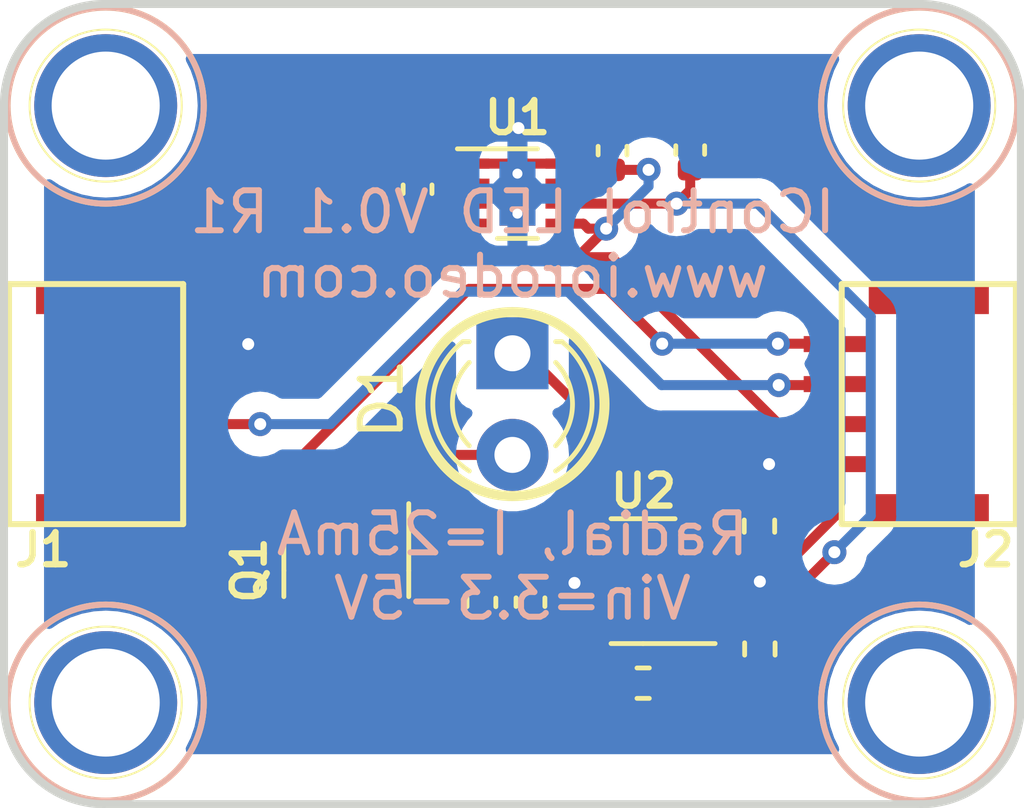
<source format=kicad_pcb>
(kicad_pcb (version 20221018) (generator pcbnew)
  (layers (0 "F.Cu" signal) (31 "B.Cu" signal) (34 "B.Paste" user) (35 "F.Paste" user) (36 "B.SilkS" user "B.Silkscreen") (37 "F.SilkS" user "F.Silkscreen") (38 "B.Mask" user) (39 "F.Mask" user) (44 "Edge.Cuts" user))
  (net 0 "")
  (net 1 "GND")
  (net 2 "/VIN")
  (net 3 "Net-(U1-C1+)")
  (net 4 "/SCL")
  (net 5 "/SDA")
  (net 6 "Net-(U1-C1-)")
  (net 7 "/5V")
  (net 8 "Net-(D1-K)")
  (net 9 "Net-(D1-A)")
  (net 10 "Net-(Q1-B)")
  (net 11 "/Vset")
  (footprint "custom_mount_hole:MountingHole_2.5mm_Pad" (layer "F.Cu") (at 52.54 52.54)
    (fp_text reference "M1" hide)
    (fp_text value "MountingHole_2.5mm_Pad" hide)
    (fp_circle (center 0 0) (end 2.45 0) (stroke (width 0.15)) (fill none) (layer "B.SilkS"))
    (fp_circle (center 0 0) (end 1.9 0) (stroke (width 0.05)) (fill none) (layer "F.SilkS"))
    (fp_circle (center 0 0) (end 2.45 0) (stroke (width 0.15)) (fill none) (layer "F.SilkS"))
    (pad "~" thru_hole circle (at 0 0) (size 3.57 3.57) (drill 2.7) (layers "*.Cu" "*.Mask"))
  )
  (footprint "custom_mount_hole:MountingHole_2.5mm_Pad" (layer "F.Cu") (at 72.86 52.54)
    (fp_text reference "M2" hide)
    (fp_text value "MountingHole_2.5mm_Pad" hide)
    (fp_circle (center 0 0) (end 2.45 0) (stroke (width 0.15)) (fill none) (layer "B.SilkS"))
    (fp_circle (center 0 0) (end 1.9 0) (stroke (width 0.05)) (fill none) (layer "F.SilkS"))
    (fp_circle (center 0 0) (end 2.45 0) (stroke (width 0.15)) (fill none) (layer "F.SilkS"))
    (pad "~" thru_hole circle (at 0 0) (size 3.57 3.57) (drill 2.7) (layers "*.Cu" "*.Mask"))
  )
  (footprint "custom_mount_hole:MountingHole_2.5mm_Pad" (layer "F.Cu") (at 72.86 67.46)
    (fp_text reference "M3" hide)
    (fp_text value "MountingHole_2.5mm_Pad" hide)
    (fp_circle (center 0 0) (end 2.45 0) (stroke (width 0.15)) (fill none) (layer "B.SilkS"))
    (fp_circle (center 0 0) (end 1.9 0) (stroke (width 0.05)) (fill none) (layer "F.SilkS"))
    (fp_circle (center 0 0) (end 2.45 0) (stroke (width 0.15)) (fill none) (layer "F.SilkS"))
    (pad "~" thru_hole circle (at 0 0) (size 3.57 3.57) (drill 2.7) (layers "*.Cu" "*.Mask"))
  )
  (footprint "custom_mount_hole:MountingHole_2.5mm_Pad" (layer "F.Cu") (at 52.54 67.46)
    (fp_text reference "M4" hide)
    (fp_text value "MountingHole_2.5mm_Pad" hide)
    (fp_circle (center 0 0) (end 2.45 0) (stroke (width 0.15)) (fill none) (layer "B.SilkS"))
    (fp_circle (center 0 0) (end 1.9 0) (stroke (width 0.05)) (fill none) (layer "F.SilkS"))
    (fp_circle (center 0 0) (end 2.45 0) (stroke (width 0.15)) (fill none) (layer "F.SilkS"))
    (pad "~" thru_hole circle (at 0 0) (size 3.57 3.57) (drill 2.7) (layers "*.Cu" "*.Mask"))
  )
  (footprint "LED_THT:LED_D3.0mm" (layer "F.Cu") (at 62.7 58.73 -90)
    (fp_text reference "D1" (at 1.14 3.27 90) (layer "F.SilkS"))
    (fp_text value "LED_ALT")
    (fp_line (start -0.29 -1.236) (end -0.29 -1.08) (stroke (width 0.12)) (layer "F.SilkS"))
    (fp_line (start -0.29 1.08) (end -0.29 1.236) (stroke (width 0.12)) (layer "F.SilkS"))
    (fp_arc (start -0.29 -1.235516) (mid 1.366487 -1.987659) (end 2.942335 -1.078608) (stroke (width 0.12)) (layer "F.SilkS"))
    (fp_arc (start 0.229039 -1.08) (mid 1.270117 -1.5) (end 2.31113 -1.079837) (stroke (width 0.12)) (layer "F.SilkS"))
    (fp_arc (start 2.31113 1.079837) (mid 1.270117 1.5) (end 0.229039 1.08) (stroke (width 0.12)) (layer "F.SilkS"))
    (fp_arc (start 2.942335 1.078608) (mid 1.366487 1.987659) (end -0.29 1.235516) (stroke (width 0.12)) (layer "F.SilkS"))
    (pad "1" thru_hole rect (at 0 0 270) (size 1.8 1.8) (drill 0.9) (layers "*.Cu" "*.Mask") (net 8 "Net-(D1-K)"))
    (pad "2" thru_hole circle (at 2.54 0 270) (size 1.8 1.8) (drill 0.9) (layers "*.Cu" "*.Mask") (net 9 "Net-(D1-A)"))
  )
  (footprint "BOOMELE_SH_SMD:BOOMELE_SMD_SH_4PIN_RT" (layer "F.Cu") (at 52.78 60 90)
    (fp_text reference "J1" (at -3.64 -1.8 180) (layer "F.SilkS") (effects (font (size 0.8 0.8) (thickness 0.16))))
    (fp_text value "Conn_01x04" hide)
    (fp_line (start -3 1.695) (end -3 -2.655) (stroke (width 0.15)) (layer "F.SilkS"))
    (fp_line (start 0 -2.655) (end -3 -2.655) (stroke (width 0.15)) (layer "F.SilkS"))
    (fp_line (start 3 -2.655) (end 0 -2.655) (stroke (width 0.15)) (layer "F.SilkS"))
    (fp_line (start 3 -2.655) (end 3 1.695) (stroke (width 0.15)) (layer "F.SilkS"))
    (fp_line (start 3 1.695) (end -3 1.695) (stroke (width 0.15)) (layer "F.SilkS"))
    (pad "" smd rect (at -2.65 -0.48 270) (size 0.8 3) (layers "F.Cu" "F.Paste" "F.Mask"))
    (pad "" smd rect (at 2.65 -0.48 270) (size 0.8 3) (layers "F.Cu" "F.Paste" "F.Mask"))
    (pad "1" smd rect (at 1.5 1.845 270) (size 0.4 1.6) (layers "F.Cu" "F.Paste" "F.Mask") (net 1 "GND"))
    (pad "2" smd rect (at 0.5 1.845 270) (size 0.4 1.6) (layers "F.Cu" "F.Paste" "F.Mask") (net 2 "/VIN"))
    (pad "3" smd rect (at -0.5 1.845 270) (size 0.4 1.6) (layers "F.Cu" "F.Paste" "F.Mask") (net 5 "/SDA"))
    (pad "4" smd rect (at -1.5 1.845 270) (size 0.4 1.6) (layers "F.Cu" "F.Paste" "F.Mask") (net 4 "/SCL"))
  )
  (footprint "BOOMELE_SH_SMD:BOOMELE_SMD_SH_4PIN_RT" (layer "F.Cu") (at 72.62 60 -90)
    (fp_text reference "J2" (at 3.64 -1.9 180) (layer "F.SilkS") (effects (font (size 0.8 0.8) (thickness 0.16))))
    (fp_text value "Conn_01x04" hide)
    (fp_line (start -3 1.695) (end -3 -2.655) (stroke (width 0.15)) (layer "F.SilkS"))
    (fp_line (start 0 -2.655) (end -3 -2.655) (stroke (width 0.15)) (layer "F.SilkS"))
    (fp_line (start 3 -2.655) (end 0 -2.655) (stroke (width 0.15)) (layer "F.SilkS"))
    (fp_line (start 3 -2.655) (end 3 1.695) (stroke (width 0.15)) (layer "F.SilkS"))
    (fp_line (start 3 1.695) (end -3 1.695) (stroke (width 0.15)) (layer "F.SilkS"))
    (pad "" smd rect (at -2.65 -0.48 90) (size 0.8 3) (layers "F.Cu" "F.Paste" "F.Mask"))
    (pad "" smd rect (at 2.65 -0.48 90) (size 0.8 3) (layers "F.Cu" "F.Paste" "F.Mask"))
    (pad "1" smd rect (at 1.5 1.845 90) (size 0.4 1.6) (layers "F.Cu" "F.Paste" "F.Mask") (net 1 "GND"))
    (pad "2" smd rect (at 0.5 1.845 90) (size 0.4 1.6) (layers "F.Cu" "F.Paste" "F.Mask") (net 2 "/VIN"))
    (pad "3" smd rect (at -0.5 1.845 90) (size 0.4 1.6) (layers "F.Cu" "F.Paste" "F.Mask") (net 5 "/SDA"))
    (pad "4" smd rect (at -1.5 1.845 90) (size 0.4 1.6) (layers "F.Cu" "F.Paste" "F.Mask") (net 4 "/SCL"))
  )
  (footprint "Resistor_SMD:R_0402_1005Metric" (layer "F.Cu") (at 68.87 63.05 -90)
    (fp_text reference "R1" hide)
    (fp_text value "100" hide)
    (fp_line (start -0.153641 -0.38) (end 0.153641 -0.38) (stroke (width 0.12)) (layer "F.SilkS"))
    (fp_line (start -0.153641 0.38) (end 0.153641 0.38) (stroke (width 0.12)) (layer "F.SilkS"))
    (pad "1" smd roundrect (at -0.51 0 270) (size 0.54 0.64) (layers "F.Cu" "F.Paste" "F.Mask") (net 8 "Net-(D1-K)"))
    (pad "2" smd roundrect (at 0.51 0 270) (size 0.54 0.64) (layers "F.Cu" "F.Paste" "F.Mask") (net 1 "GND"))
  )
  (footprint "Package_TO_SOT_SMD:SOT-23-5" (layer "F.Cu") (at 65.9625 64.425 180)
    (fp_text reference "U2" (at -0.0125 2.25) (layer "F.SilkS") (effects (font (size 0.8 0.8) (thickness 0.16) bold)))
    (fp_text value "LMV321")
    (fp_line (start 0 -1.56) (end -1.8 -1.56) (stroke (width 0.12)) (layer "F.SilkS"))
    (fp_line (start 0 -1.56) (end 0.8 -1.56) (stroke (width 0.12)) (layer "F.SilkS"))
    (fp_line (start 0 1.56) (end -0.8 1.56) (stroke (width 0.12)) (layer "F.SilkS"))
    (fp_line (start 0 1.56) (end 0.8 1.56) (stroke (width 0.12)) (layer "F.SilkS"))
    (pad "1" smd roundrect (at -1.1375 -0.95 180) (size 1.325 0.6) (layers "F.Cu" "F.Paste" "F.Mask") (net 11 "/Vset"))
    (pad "2" smd roundrect (at -1.1375 0 180) (size 1.325 0.6) (layers "F.Cu" "F.Paste" "F.Mask") (net 1 "GND"))
    (pad "3" smd roundrect (at -1.1375 0.95 180) (size 1.325 0.6) (layers "F.Cu" "F.Paste" "F.Mask") (net 8 "Net-(D1-K)"))
    (pad "4" smd roundrect (at 1.1375 0.95 180) (size 1.325 0.6) (layers "F.Cu" "F.Paste" "F.Mask") (net 10 "Net-(Q1-B)"))
    (pad "5" smd roundrect (at 1.1375 -0.95 180) (size 1.325 0.6) (layers "F.Cu" "F.Paste" "F.Mask") (net 7 "/5V"))
  )
  (footprint "Capacitor_SMD:C_0402_1005Metric" (layer "F.Cu") (at 63.15 64.95 90)
    (fp_text reference "C4" hide)
    (fp_text value "0.1uF" hide)
    (fp_line (start -0.107836 -0.36) (end 0.107836 -0.36) (stroke (width 0.12)) (layer "F.SilkS"))
    (fp_line (start -0.107836 0.36) (end 0.107836 0.36) (stroke (width 0.12)) (layer "F.SilkS"))
    (pad "1" smd roundrect (at -0.48 0 90) (size 0.56 0.62) (layers "F.Cu" "F.Paste" "F.Mask") (net 7 "/5V"))
    (pad "2" smd roundrect (at 0.48 0 90) (size 0.56 0.62) (layers "F.Cu" "F.Paste" "F.Mask") (net 1 "GND"))
  )
  (footprint "Package_SON:WSON-8-1EP_2x2mm_P0.5mm_EP0.9x1.6mm_ThermalVias" (layer "F.Cu") (at 62.825 54.74)
    (fp_text reference "U1" (at 0 -1.9) (layer "F.SilkS") (effects (font (size 0.8 0.8) (thickness 0.16))))
    (fp_text value "LM2775DSG" hide)
    (fp_line (start -1.5 -1.12) (end 0.5 -1.12) (stroke (width 0.12)) (layer "F.SilkS"))
    (fp_line (start 0.5 1.12) (end -0.5 1.12) (stroke (width 0.12)) (layer "F.SilkS"))
    (pad "1" smd rect (at -0.95 -0.75) (size 0.5 0.25) (layers "F.Cu" "F.Paste" "F.Mask") (net 1 "GND"))
    (pad "2" smd rect (at -0.95 -0.25) (size 0.5 0.25) (layers "F.Cu" "F.Paste" "F.Mask") (net 6 "Net-(U1-C1-)"))
    (pad "3" smd rect (at -0.95 0.25) (size 0.5 0.25) (layers "F.Cu" "F.Paste" "F.Mask") (net 3 "Net-(U1-C1+)"))
    (pad "4" smd rect (at -0.95 0.75) (size 0.5 0.25) (layers "F.Cu" "F.Paste" "F.Mask") (net 2 "/VIN"))
    (pad "5" smd rect (at 0.95 0.75) (size 0.5 0.25) (layers "F.Cu" "F.Paste" "F.Mask") (net 2 "/VIN"))
    (pad "6" smd rect (at 0.95 0.25) (size 0.5 0.25) (layers "F.Cu" "F.Paste" "F.Mask") (net 7 "/5V"))
    (pad "7" smd rect (at 0.95 -0.25) (size 0.5 0.25) (layers "F.Cu" "F.Paste" "F.Mask") (net 2 "/VIN"))
    (pad "8" smd rect (at 0.95 -0.75) (size 0.5 0.25) (layers "F.Cu" "F.Paste" "F.Mask") (net 1 "GND"))
    (pad "9" thru_hole circle (at 0 -0.5) (size 0.6 0.6) (drill 0.25) (layers "*.Cu") (net 1 "GND"))
    (pad "9" smd rect (at 0 0) (size 0.9 1.6) (layers "F.Cu" "F.Mask") (net 1 "GND"))
    (pad "9" smd rect (at 0 0) (size 0.9 1.6) (layers "B.Cu") (net 1 "GND"))
    (pad "9" thru_hole circle (at 0 0.5) (size 0.6 0.6) (drill 0.25) (layers "*.Cu") (net 1 "GND"))
  )
  (footprint "Capacitor_SMD:C_0402_1005Metric" (layer "F.Cu") (at 67.14 53.65 90)
    (fp_text reference "C3" hide)
    (fp_text value "10uF" hide)
    (fp_line (start -0.107836 -0.36) (end 0.107836 -0.36) (stroke (width 0.12)) (layer "F.SilkS"))
    (fp_line (start -0.107836 0.36) (end 0.107836 0.36) (stroke (width 0.12)) (layer "F.SilkS"))
    (pad "1" smd roundrect (at -0.48 0 90) (size 0.56 0.62) (layers "F.Cu" "F.Paste" "F.Mask") (net 7 "/5V"))
    (pad "2" smd roundrect (at 0.48 0 90) (size 0.56 0.62) (layers "F.Cu" "F.Paste" "F.Mask") (net 1 "GND"))
  )
  (footprint "Resistor_SMD:R_0402_1005Metric" (layer "F.Cu") (at 68.88 66.12 90)
    (fp_text reference "R3" hide)
    (fp_text value "10k" hide)
    (fp_line (start -0.153641 -0.38) (end 0.153641 -0.38) (stroke (width 0.12)) (layer "F.SilkS"))
    (fp_line (start -0.153641 0.38) (end 0.153641 0.38) (stroke (width 0.12)) (layer "F.SilkS"))
    (pad "1" smd roundrect (at -0.51 0 90) (size 0.54 0.64) (layers "F.Cu" "F.Paste" "F.Mask") (net 11 "/Vset"))
    (pad "2" smd roundrect (at 0.51 0 90) (size 0.54 0.64) (layers "F.Cu" "F.Paste" "F.Mask") (net 1 "GND"))
  )
  (footprint "Resistor_SMD:R_0402_1005Metric" (layer "F.Cu") (at 65.965 66.975)
    (fp_text reference "R2" hide)
    (fp_text value "10k" hide)
    (fp_line (start -0.153641 -0.38) (end 0.153641 -0.38) (stroke (width 0.12)) (layer "F.SilkS"))
    (fp_line (start -0.153641 0.38) (end 0.153641 0.38) (stroke (width 0.12)) (layer "F.SilkS"))
    (pad "1" smd roundrect (at -0.51 0) (size 0.54 0.64) (layers "F.Cu" "F.Paste" "F.Mask") (net 7 "/5V"))
    (pad "2" smd roundrect (at 0.51 0) (size 0.54 0.64) (layers "F.Cu" "F.Paste" "F.Mask") (net 11 "/Vset"))
  )
  (footprint "Capacitor_SMD:C_0402_1005Metric" (layer "F.Cu") (at 65.2 53.665 -90)
    (fp_text reference "C1" hide)
    (fp_text value "10uF" hide)
    (fp_line (start -0.107836 -0.36) (end 0.107836 -0.36) (stroke (width 0.12)) (layer "F.SilkS"))
    (fp_line (start -0.107836 0.36) (end 0.107836 0.36) (stroke (width 0.12)) (layer "F.SilkS"))
    (pad "1" smd roundrect (at -0.48 0 270) (size 0.56 0.62) (layers "F.Cu" "F.Paste" "F.Mask") (net 1 "GND"))
    (pad "2" smd roundrect (at 0.48 0 270) (size 0.56 0.62) (layers "F.Cu" "F.Paste" "F.Mask") (net 2 "/VIN"))
  )
  (footprint "Capacitor_SMD:C_0402_1005Metric" (layer "F.Cu") (at 61.925 64.955 90)
    (fp_text reference "C5" hide)
    (fp_text value "10uF" hide)
    (fp_line (start -0.107836 -0.36) (end 0.107836 -0.36) (stroke (width 0.12)) (layer "F.SilkS"))
    (fp_line (start -0.107836 0.36) (end 0.107836 0.36) (stroke (width 0.12)) (layer "F.SilkS"))
    (pad "1" smd roundrect (at -0.48 0 90) (size 0.56 0.62) (layers "F.Cu" "F.Paste" "F.Mask") (net 7 "/5V"))
    (pad "2" smd roundrect (at 0.48 0 90) (size 0.56 0.62) (layers "F.Cu" "F.Paste" "F.Mask") (net 1 "GND"))
  )
  (footprint "Package_TO_SOT_SMD:SOT-23" (layer "F.Cu") (at 58.55 64.1625 -90)
    (fp_text reference "Q1" (at -0.0125 2.425 90) (layer "F.SilkS") (effects (font (size 0.8 0.8) (thickness 0.16) bold)))
    (fp_text value "MMBT5551L" hide)
    (fp_line (start 0 -1.56) (end -1.675 -1.56) (stroke (width 0.12)) (layer "F.SilkS"))
    (fp_line (start 0 -1.56) (end 0.65 -1.56) (stroke (width 0.12)) (layer "F.SilkS"))
    (fp_line (start 0 1.56) (end -0.65 1.56) (stroke (width 0.12)) (layer "F.SilkS"))
    (fp_line (start 0 1.56) (end 0.65 1.56) (stroke (width 0.12)) (layer "F.SilkS"))
    (pad "1" smd roundrect (at -0.9375 -0.95 270) (size 1.475 0.6) (layers "F.Cu" "F.Paste" "F.Mask") (net 10 "Net-(Q1-B)"))
    (pad "2" smd roundrect (at -0.9375 0.95 270) (size 1.475 0.6) (layers "F.Cu" "F.Paste" "F.Mask") (net 9 "Net-(D1-A)"))
    (pad "3" smd roundrect (at 0.9375 0 270) (size 1.475 0.6) (layers "F.Cu" "F.Paste" "F.Mask") (net 7 "/5V"))
  )
  (footprint "Capacitor_SMD:C_0402_1005Metric" (layer "F.Cu") (at 60.33 54.63 90)
    (fp_text reference "C2" hide)
    (fp_text value "1uF" hide)
    (fp_line (start -0.107836 -0.36) (end 0.107836 -0.36) (stroke (width 0.12)) (layer "F.SilkS"))
    (fp_line (start -0.107836 0.36) (end 0.107836 0.36) (stroke (width 0.12)) (layer "F.SilkS"))
    (pad "1" smd roundrect (at -0.48 0 90) (size 0.56 0.62) (layers "F.Cu" "F.Paste" "F.Mask") (net 3 "Net-(U1-C1+)"))
    (pad "2" smd roundrect (at 0.48 0 90) (size 0.56 0.62) (layers "F.Cu" "F.Paste" "F.Mask") (net 6 "Net-(U1-C1-)"))
  )
  (gr_circle (center 62.7 60) (end 65 60) (stroke (width 0.25)) (fill none) (layer "F.SilkS"))
  (gr_arc (start 72.9 50) (mid 74.667767 50.732233) (end 75.4 52.5) (stroke (width 0.2)) (layer "Edge.Cuts"))
  (gr_arc (start 52.5 70) (mid 50.732233 69.267767) (end 50 67.5) (stroke (width 0.2)) (layer "Edge.Cuts"))
  (gr_line (start 52.5 50) (end 72.9 50) (stroke (width 0.2)) (layer "Edge.Cuts"))
  (gr_arc (start 50 52.5) (mid 50.732233 50.732233) (end 52.5 50) (stroke (width 0.2)) (layer "Edge.Cuts"))
  (gr_arc (start 75.4 67.5) (mid 74.667767 69.267767) (end 72.9 70) (stroke (width 0.2)) (layer "Edge.Cuts"))
  (gr_line (start 50 52.5) (end 50 67.5) (stroke (width 0.2)) (layer "Edge.Cuts"))
  (gr_line (start 52.5 70) (end 72.9 70) (stroke (width 0.2)) (layer "Edge.Cuts"))
  (gr_line (start 75.4 52.5) (end 75.4 67.5) (stroke (width 0.2)) (layer "Edge.Cuts"))
  (gr_text "IControl LED V0.1 R1\nwww.iorodeo.com\n\n\n\nRadial, I=25mA\nVin=3.3-5V" (at 62.7 60.03) (layer "B.SilkS") (effects (font (size 1 1)) (justify mirror)))
  (segment (start 68.88 65.61) (end 68.88 64.435) (width 0.25) (layer "F.Cu") (net 1))
  (segment (start 69.135 64.425) (end 70.775 62.785) (width 0.25) (layer "F.Cu") (net 1))
  (segment (start 62.825 53.125) (end 62.85 53.1) (width 0.25) (layer "F.Cu") (net 1))
  (segment (start 64.765 53.185) (end 65.2 53.185) (width 0.25) (layer "F.Cu") (net 1))
  (segment (start 63.775 53.99) (end 63.96 53.99) (width 0.25) (layer "F.Cu") (net 1))
  (segment (start 62.825 54.24) (end 63.075 53.99) (width 0.25) (layer "F.Cu") (net 1))
  (segment (start 65.2 53.185) (end 67.125 53.185) (width 0.25) (layer "F.Cu") (net 1))
  (segment (start 68.425 64.425) (end 68.89 64.425) (width 0.25) (layer "F.Cu") (net 1))
  (segment (start 68.87 64.405) (end 68.89 64.425) (width 0.25) (layer "F.Cu") (net 1))
  (segment (start 63.15 64.47) (end 61.93 64.47) (width 0.25) (layer "F.Cu") (net 1))
  (segment (start 63.15 64.47) (end 64.25 64.47) (width 0.25) (layer "F.Cu") (net 1))
  (segment (start 62.575 53.99) (end 62.825 54.24) (width 0.25) (layer "F.Cu") (net 1))
  (segment (start 63.075 53.99) (end 63.775 53.99) (width 0.25) (layer "F.Cu") (net 1))
  (segment (start 67.1 64.425) (end 68.425 64.425) (width 0.25) (layer "F.Cu") (net 1))
  (segment (start 68.89 64.425) (end 69.135 64.425) (width 0.25) (layer "F.Cu") (net 1))
  (segment (start 70.775 62.785) (end 70.775 61.5) (width 0.25) (layer "F.Cu") (net 1))
  (segment (start 67.055 64.47) (end 67.1 64.425) (width 0.25) (layer "F.Cu") (net 1))
  (segment (start 62.825 54.24) (end 62.825 53.125) (width 0.25) (layer "F.Cu") (net 1))
  (segment (start 63.96 53.99) (end 64.765 53.185) (width 0.25) (layer "F.Cu") (net 1))
  (segment (start 68.88 64.435) (end 68.89 64.425) (width 0.25) (layer "F.Cu") (net 1))
  (segment (start 68.87 63.56) (end 68.87 64.405) (width 0.25) (layer "F.Cu") (net 1))
  (segment (start 64.25 64.47) (end 67.055 64.47) (width 0.25) (layer "F.Cu") (net 1))
  (segment (start 69.11 61.5) (end 70.775 61.5) (width 0.25) (layer "F.Cu") (net 1))
  (segment (start 67.125 53.185) (end 67.14 53.17) (width 0.25) (layer "F.Cu") (net 1))
  (segment (start 54.625 58.5) (end 55.95 58.5) (width 0.25) (layer "F.Cu") (net 1))
  (segment (start 61.875 53.99) (end 62.575 53.99) (width 0.25) (layer "F.Cu") (net 1))
  (segment (start 61.93 64.47) (end 61.925 64.475) (width 0.25) (layer "F.Cu") (net 1))
  (via (at 68.88 64.435) (size 0.6) (drill 0.3) (layers "F.Cu" "B.Cu") (net 1))
  (via (at 62.85 53.1) (size 0.6) (drill 0.3) (layers "F.Cu" "B.Cu") (net 1))
  (via (at 69.11 61.5) (size 0.6) (drill 0.3) (layers "F.Cu" "B.Cu") (net 1))
  (via (at 56.1 58.5) (size 0.6) (drill 0.3) (layers "F.Cu" "B.Cu") (net 1))
  (via (at 64.25 64.47) (size 0.6) (drill 0.3) (layers "F.Cu" "B.Cu") (net 1))
  (segment (start 54.625 59.5) (end 57.275 59.5) (width 0.25) (layer "F.Cu") (net 2))
  (segment (start 65.04 55.6145) (end 64.5945 55.6145) (width 0.25) (layer "F.Cu") (net 2))
  (segment (start 61.285 55.49) (end 61.875 55.49) (width 0.25) (layer "F.Cu") (net 2))
  (segment (start 69.35 60.5) (end 65.1775 56.3275) (width 0.25) (layer "F.Cu") (net 2))
  (segment (start 65.1775 56.3275) (end 64.19 56.3275) (width 0.25) (layer "F.Cu") (net 2))
  (segment (start 65.04 55.6145) (end 64.327 56.3275) (width 0.25) (layer "F.Cu") (net 2))
  (segment (start 64.19 56.3275) (end 60.4475 56.3275) (width 0.25) (layer "F.Cu") (net 2))
  (segment (start 70.775 60.5) (end 69.35 60.5) (width 0.25) (layer "F.Cu") (net 2))
  (segment (start 64.655 54.145) (end 65.2 54.145) (width 0.25) (layer "F.Cu") (net 2))
  (segment (start 57.275 59.5) (end 60.4475 56.3275) (width 0.25) (layer "F.Cu") (net 2))
  (segment (start 64.5945 55.6145) (end 64.47 55.49) (width 0.25) (layer "F.Cu") (net 2))
  (segment (start 64.31 54.49) (end 64.655 54.145) (width 0.25) (layer "F.Cu") (net 2))
  (segment (start 60.4475 56.3275) (end 61.285 55.49) (width 0.25) (layer "F.Cu") (net 2))
  (segment (start 63.775 54.49) (end 64.31 54.49) (width 0.25) (layer "F.Cu") (net 2))
  (segment (start 64.47 55.49) (end 63.775 55.49) (width 0.25) (layer "F.Cu") (net 2))
  (segment (start 64.327 56.3275) (end 64.19 56.3275) (width 0.25) (layer "F.Cu") (net 2))
  (segment (start 66.1 54.145) (end 65.2 54.145) (width 0.25) (layer "F.Cu") (net 2))
  (via (at 65.04 55.6145) (size 0.6) (drill 0.3) (layers "F.Cu" "B.Cu") (net 2))
  (via (at 66.1 54.145) (size 0.6) (drill 0.3) (layers "F.Cu" "B.Cu") (net 2))
  (segment (start 66.1 54.5545) (end 66.1 54.145) (width 0.25) (layer "B.Cu") (net 2))
  (segment (start 65.04 55.6145) (end 66.1 54.5545) (width 0.25) (layer "B.Cu") (net 2))
  (segment (start 60.33 55.11) (end 60.93 55.11) (width 0.25) (layer "F.Cu") (net 3))
  (segment (start 61.05 54.99) (end 61.875 54.99) (width 0.25) (layer "F.Cu") (net 3))
  (segment (start 60.93 55.11) (end 61.05 54.99) (width 0.25) (layer "F.Cu") (net 3))
  (segment (start 57.24 61.5) (end 54.625 61.5) (width 0.25) (layer "F.Cu") (net 4))
  (segment (start 61.62 57.12) (end 57.24 61.5) (width 0.25) (layer "F.Cu") (net 4))
  (segment (start 66.44 58.49) (end 65.07 57.12) (width 0.25) (layer "F.Cu") (net 4))
  (segment (start 65.07 57.12) (end 61.62 57.12) (width 0.25) (layer "F.Cu") (net 4))
  (segment (start 69.33 58.49) (end 70.765 58.49) (width 0.25) (layer "F.Cu") (net 4))
  (via (at 69.33 58.49) (size 0.6) (drill 0.3) (layers "F.Cu" "B.Cu") (net 4))
  (via (at 66.44 58.49) (size 0.6) (drill 0.3) (layers "F.Cu" "B.Cu") (net 4))
  (segment (start 66.44 58.49) (end 69.33 58.49) (width 0.25) (layer "B.Cu") (net 4))
  (segment (start 69.35 59.525) (end 70.75 59.525) (width 0.25) (layer "F.Cu") (net 5))
  (segment (start 56.4 60.5) (end 54.625 60.5) (width 0.25) (layer "F.Cu") (net 5))
  (segment (start 70.75 59.525) (end 70.775 59.5) (width 0.25) (layer "F.Cu") (net 5))
  (via (at 56.4 60.5) (size 0.6) (drill 0.3) (layers "F.Cu" "B.Cu") (net 5))
  (via (at 69.35 59.525) (size 0.6) (drill 0.3) (layers "F.Cu" "B.Cu") (net 5))
  (segment (start 61.46 57.19) (end 64.11 57.19) (width 0.25) (layer "B.Cu") (net 5))
  (segment (start 56.4 60.5) (end 58.15 60.5) (width 0.25) (layer "B.Cu") (net 5))
  (segment (start 66.425 59.525) (end 69.35 59.525) (width 0.25) (layer "B.Cu") (net 5))
  (segment (start 58.15 60.5) (end 61.46 57.19) (width 0.25) (layer "B.Cu") (net 5))
  (segment (start 64.11 57.21) (end 66.425 59.525) (width 0.25) (layer "B.Cu") (net 5))
  (segment (start 64.11 57.19) (end 64.11 57.21) (width 0.25) (layer "B.Cu") (net 5))
  (segment (start 60.72 54.15) (end 61.06 54.49) (width 0.25) (layer "F.Cu") (net 6))
  (segment (start 60.33 54.15) (end 60.72 54.15) (width 0.25) (layer "F.Cu") (net 6))
  (segment (start 61.06 54.49) (end 61.875 54.49) (width 0.25) (layer "F.Cu") (net 6))
  (segment (start 64.825 65.375) (end 64.825 65.575) (width 0.25) (layer "F.Cu") (net 7))
  (segment (start 63.145 65.435) (end 63.15 65.43) (width 0.25) (layer "F.Cu") (net 7))
  (segment (start 67.14 54.65) (end 67.14 54.13) (width 0.25) (layer "F.Cu") (net 7))
  (segment (start 58.55 65.1) (end 58.885 65.435) (width 0.25) (layer "F.Cu") (net 7))
  (segment (start 63.85 65.43) (end 64.77 65.43) (width 0.25) (layer "F.Cu") (net 7))
  (segment (start 63.15 65.43) (end 63.85 65.43) (width 0.25) (layer "F.Cu") (net 7))
  (segment (start 58.885 65.435) (end 61.925 65.435) (width 0.25) (layer "F.Cu") (net 7))
  (segment (start 65.455 66.205) (end 65.455 66.975) (width 0.25) (layer "F.Cu") (net 7))
  (segment (start 63.775 54.99) (end 66.8 54.99) (width 0.25) (layer "F.Cu") (net 7))
  (segment (start 66.01 68) (end 65.455 67.445) (width 0.25) (layer "F.Cu") (net 7))
  (segment (start 69.85 67.2) (end 69.05 68) (width 0.25) (layer "F.Cu") (net 7))
  (segment (start 65.455 67.445) (end 65.455 66.975) (width 0.25) (layer "F.Cu") (net 7))
  (segment (start 64.825 65.575) (end 65.455 66.205) (width 0.25) (layer "F.Cu") (net 7))
  (segment (start 66.8 54.99) (end 67.14 54.65) (width 0.25) (layer "F.Cu") (net 7))
  (segment (start 70.741589 63.701589) (end 69.85 64.593178) (width 0.25) (layer "F.Cu") (net 7))
  (segment (start 61.925 65.435) (end 63.145 65.435) (width 0.25) (layer "F.Cu") (net 7))
  (segment (start 69.05 68) (end 66.01 68) (width 0.25) (layer "F.Cu") (net 7))
  (segment (start 69.85 64.593178) (end 69.85 67.2) (width 0.25) (layer "F.Cu") (net 7))
  (segment (start 64.77 65.43) (end 64.825 65.375) (width 0.25) (layer "F.Cu") (net 7))
  (via (at 70.741589 63.701589) (size 0.6) (drill 0.3) (layers "F.Cu" "B.Cu") (net 7))
  (via (at 66.8 54.99) (size 0.6) (drill 0.3) (layers "F.Cu" "B.Cu") (net 7))
  (segment (start 68.83 54.99) (end 66.8 54.99) (width 0.25) (layer "B.Cu") (net 7))
  (segment (start 71.65 57.81) (end 68.83 54.99) (width 0.25) (layer "B.Cu") (net 7))
  (segment (start 70.741589 63.701589) (end 71.65 62.793178) (width 0.25) (layer "B.Cu") (net 7))
  (segment (start 71.65 62.793178) (end 71.65 57.81) (width 0.25) (layer "B.Cu") (net 7))
  (segment (start 68.45 62.54) (end 68.87 62.54) (width 0.25) (layer "F.Cu") (net 8))
  (segment (start 67.1 62.81) (end 67.1 63.475) (width 0.25) (layer "F.Cu") (net 8))
  (segment (start 62.7 58.73) (end 63.02 58.73) (width 0.25) (layer "F.Cu") (net 8))
  (segment (start 63.02 58.73) (end 67.1 62.81) (width 0.25) (layer "F.Cu") (net 8))
  (segment (start 67.515 63.475) (end 68.45 62.54) (width 0.25) (layer "F.Cu") (net 8))
  (segment (start 67.1 63.475) (end 67.515 63.475) (width 0.25) (layer "F.Cu") (net 8))
  (segment (start 57.6 62.56) (end 58.89 61.27) (width 0.25) (layer "F.Cu") (net 9))
  (segment (start 57.6 63.225) (end 57.6 62.56) (width 0.25) (layer "F.Cu") (net 9))
  (segment (start 58.89 61.27) (end 62.7 61.27) (width 0.25) (layer "F.Cu") (net 9))
  (segment (start 64.825 63.475) (end 62.555 63.475) (width 0.25) (layer "F.Cu") (net 10))
  (segment (start 59.545 63.18) (end 59.5 63.225) (width 0.25) (layer "F.Cu") (net 10))
  (segment (start 62.26 63.18) (end 59.545 63.18) (width 0.25) (layer "F.Cu") (net 10))
  (segment (start 62.555 63.475) (end 62.26 63.18) (width 0.25) (layer "F.Cu") (net 10))
  (segment (start 67.1 66.84) (end 66.965 66.975) (width 0.25) (layer "F.Cu") (net 11))
  (segment (start 67.1 65.375) (end 67.1 66.69) (width 0.25) (layer "F.Cu") (net 11))
  (segment (start 67.1 66.69) (end 67.1 66.84) (width 0.25) (layer "F.Cu") (net 11))
  (segment (start 68.82 66.69) (end 68.88 66.63) (width 0.25) (layer "F.Cu") (net 11))
  (segment (start 66.965 66.975) (end 66.475 66.975) (width 0.25) (layer "F.Cu") (net 11))
  (segment (start 67.1 66.69) (end 68.82 66.69) (width 0.25) (layer "F.Cu") (net 11))
  (zone (net 1) (net_name "GND") (layer "B.Cu") (connect_pads (clearance 0.508)) (min_thickness 0.25) (fill yes (thermal_gap 0.5) (thermal_bridge_width 0.5))
    (polygon (pts (xy 74.25 51.25) (xy 74.25 68.75) (xy 51 68.75) (xy 51 51.25)))
  )
)
</source>
